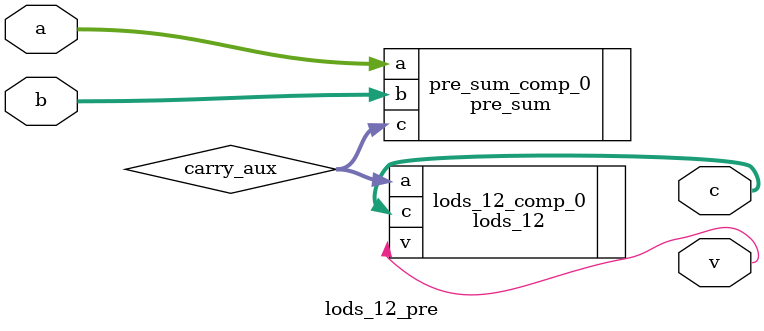
<source format=sv>
module lods_12_pre (
    input [10:0] a,
    input [10:0] b,	
    output [3:0] c,
    output v
);


logic [11:0] carry_aux;

pre_sum pre_sum_comp_0 (
      .a(a),
      .b(b),
      .c(carry_aux)
  );

lods_12 lods_12_comp_0 (
      .a(carry_aux),
      .c(c),
      .v(v)
);



endmodule




</source>
